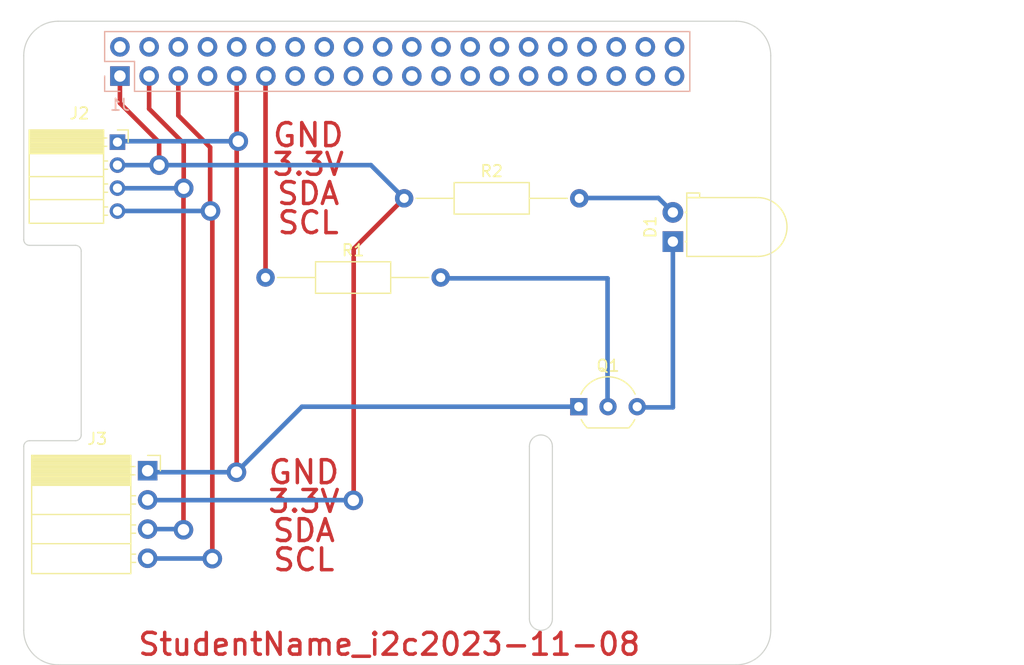
<source format=kicad_pcb>
(kicad_pcb (version 20211014) (generator pcbnew)
  (title_block (date "2023-11-08"))
  (layers (0 "F.Cu" signal) (31 "B.Cu" signal) (34 "B.Paste" user) (35 "F.Paste" user) (36 "B.SilkS" user "B.Silkscreen") (37 "F.SilkS" user "F.Silkscreen") (38 "B.Mask" user) (39 "F.Mask" user) (44 "Edge.Cuts" user))
  (net 0 "")
  (net 1 "GND")
  (net 2 "/GPIO2{slash}SDA1")
  (net 3 "/GPIO3{slash}SCL1")
  (net 4 "/GPIO4{slash}GPCLK0")
  (net 5 "/GPIO14{slash}TXD0")
  (net 6 "/GPIO15{slash}RXD0")
  (net 7 "/GPIO17")
  (net 8 "/GPIO18{slash}PCM.CLK")
  (net 9 "/GPIO27")
  (net 10 "/GPIO22")
  (net 11 "/GPIO23")
  (net 12 "/GPIO24")
  (net 13 "/GPIO10{slash}SPI0.MOSI")
  (net 14 "/GPIO9{slash}SPI0.MISO")
  (net 15 "/GPIO25")
  (net 16 "/GPIO11{slash}SPI0.SCLK")
  (net 17 "/GPIO8{slash}SPI0.CE0")
  (net 18 "/GPIO7{slash}SPI0.CE1")
  (net 19 "/ID_SDA")
  (net 20 "/ID_SCL")
  (net 21 "/GPIO5")
  (net 22 "/GPIO6")
  (net 23 "/GPIO12{slash}PWM0")
  (net 24 "/GPIO13{slash}PWM1")
  (net 25 "/GPIO19{slash}PCM.FS")
  (net 26 "/GPIO16")
  (net 27 "/GPIO26")
  (net 28 "/GPIO20{slash}PCM.DIN")
  (net 29 "/GPIO21{slash}PCM.DOUT")
  (net 30 "+5V")
  (net 31 "+3V3")
  (net 32 "Net-(D1-Pad2)")
  (net 33 "Net-(Q1-Pad2)")
  (net 34 "Net-(D1-Pad1)")
  (net 35 "/GND34")
  (net 36 "/GND30")
  (net 37 "/GND20")
  (net 38 "/GND14")
  (net 39 "/GND39")
  (net 40 "/GND25")
  (net 41 "/3.3V17")
  (net 42 "/GND6")
  (net 43 "/5V4")
  (footprint "MountingHole:MountingHole_2.7mm_M2.5" (layer "F.Cu") (at 161.5 47.5)
    (fp_text reference "MH2" hide)
    (fp_text value "MountingHole_2.7mm_M2.5" hide)
    (pad "" np_thru_hole circle locked (at 0 0) (size 2.7 2.7) (drill 2.7) (layers *.Cu *.Mask))
  )
  (footprint "LED_THT:LED_D5.0mm_Horizontal_O1.27mm_Z3.0mm" (layer "F.Cu") (at 156.485 63.175 90)
    (fp_text reference "D1" (at 1.27 -1.96 90) (layer "F.SilkS"))
    (fp_text value "LED")
    (fp_line (start 2.54 1.21) (end 2.54 1.21) (layer "F.SilkS") (width 0.12))
    (fp_line (start 2.54 1.21) (end 2.54 1.08) (layer "F.SilkS") (width 0.12))
    (fp_line (start 0 1.08) (end 0 1.21) (layer "F.SilkS") (width 0.12))
    (fp_line (start 2.54 1.08) (end 2.54 1.21) (layer "F.SilkS") (width 0.12))
    (fp_line (start 0 1.21) (end 0 1.21) (layer "F.SilkS") (width 0.12))
    (fp_line (start 4.23 1.21) (end 4.23 2.33) (layer "F.SilkS") (width 0.12))
    (fp_line (start 4.23 2.33) (end 3.83 2.33) (layer "F.SilkS") (width 0.12))
    (fp_line (start -1.29 1.21) (end -1.29 7.37) (layer "F.SilkS") (width 0.12))
    (fp_line (start 2.54 1.08) (end 2.54 1.08) (layer "F.SilkS") (width 0.12))
    (fp_line (start 3.83 1.21) (end 3.83 7.37) (layer "F.SilkS") (width 0.12))
    (fp_line (start -1.29 1.21) (end 3.83 1.21) (layer "F.SilkS") (width 0.12))
    (fp_line (start 0 1.08) (end 0 1.08) (layer "F.SilkS") (width 0.12))
    (fp_line (start 0 1.21) (end 0 1.08) (layer "F.SilkS") (width 0.12))
    (fp_line (start 3.83 1.21) (end 4.23 1.21) (layer "F.SilkS") (width 0.12))
    (fp_line (start 3.83 2.33) (end 3.83 1.21) (layer "F.SilkS") (width 0.12))
    (fp_arc (start 3.83 7.37) (mid 1.27 9.93) (end -1.29 7.37) (layer "F.SilkS") (width 0.12))
    (pad "1" thru_hole rect (at 0 0 90) (size 1.8 1.8) (drill 0.9) (layers *.Cu *.Mask) (net 34 "Net-(D1-Pad1)"))
    (pad "2" thru_hole circle (at 2.54 0 90) (size 1.8 1.8) (drill 0.9) (layers *.Cu *.Mask) (net 32 "Net-(D1-Pad2)"))
  )
  (footprint "Connector_PinSocket_2.00mm:PinSocket_1x04_P2.00mm_Horizontal" (layer "F.Cu") (at 108.155 54.52)
    (fp_text reference "J2" (at -3.31 -2.5) (layer "F.SilkS"))
    (fp_text value "Grove Right Angle")
    (fp_line (start -1.21 4.36) (end -0.862917 4.36) (layer "F.SilkS") (width 0.12))
    (fp_line (start -7.68 0.657652) (end -1.21 0.657652) (layer "F.SilkS") (width 0.12))
    (fp_line (start -7.68 -0.027056) (end -1.21 -0.027056) (layer "F.SilkS") (width 0.12))
    (fp_line (start -7.68 -1.06) (end -7.68 7.06) (layer "F.SilkS") (width 0.12))
    (fp_line (start -7.68 0.087062) (end -1.21 0.087062) (layer "F.SilkS") (width 0.12))
    (fp_line (start -1.21 3.64) (end -0.862917 3.64) (layer "F.SilkS") (width 0.12))
    (fp_line (start -7.68 0.429416) (end -1.21 0.429416) (layer "F.SilkS") (width 0.12))
    (fp_line (start -1.21 6.36) (end -0.862917 6.36) (layer "F.SilkS") (width 0.12))
    (fp_line (start -7.68 0.885888) (end -1.21 0.885888) (layer "F.SilkS") (width 0.12))
    (fp_line (start -7.68 -0.483528) (end -1.21 -0.483528) (layer "F.SilkS") (width 0.12))
    (fp_line (start -1.21 0.36) (end -0.935 0.36) (layer "F.SilkS") (width 0.12))
    (fp_line (start -7.68 -0.94) (end -1.21 -0.94) (layer "F.SilkS") (width 0.12))
    (fp_line (start -7.68 -0.597646) (end -1.21 -0.597646) (layer "F.SilkS") (width 0.12))
    (fp_line (start -7.68 0.543534) (end -1.21 0.543534) (layer "F.SilkS") (width 0.12))
    (fp_line (start -7.68 0.20118) (end -1.21 0.20118) (layer "F.SilkS") (width 0.12))
    (fp_line (start -7.68 3) (end -1.21 3) (layer "F.SilkS") (width 0.12))
    (fp_line (start -1.21 1.64) (end -0.862917 1.64) (layer "F.SilkS") (width 0.12))
    (fp_line (start -7.68 -0.711764) (end -1.21 -0.711764) (layer "F.SilkS") (width 0.12))
    (fp_line (start -7.68 -0.825882) (end -1.21 -0.825882) (layer "F.SilkS") (width 0.12))
    (fp_line (start -1.21 2.36) (end -0.862917 2.36) (layer "F.SilkS") (width 0.12))
    (fp_line (start -7.68 -1.06) (end -1.21 -1.06) (layer "F.SilkS") (width 0.12))
    (fp_line (start -1.21 -1.06) (end -1.21 7.06) (layer "F.SilkS") (width 0.12))
    (fp_line (start -1.21 5.64) (end -0.862917 5.64) (layer "F.SilkS") (width 0.12))
    (fp_line (start -7.68 -0.141174) (end -1.21 -0.141174) (layer "F.SilkS") (width 0.12))
    (fp_line (start -7.68 0.77177) (end -1.21 0.77177) (layer "F.SilkS") (width 0.12))
    (fp_line (start -7.68 1) (end -1.21 1) (layer "F.SilkS") (width 0.12))
    (fp_line (start 0 -1.06) (end 0.935 -1.06) (layer "F.SilkS") (width 0.12))
    (fp_line (start -7.68 5) (end -1.21 5) (layer "F.SilkS") (width 0.12))
    (fp_line (start -7.68 -0.36941) (end -1.21 -0.36941) (layer "F.SilkS") (width 0.12))
    (fp_line (start 0.935 -1.06) (end 0.935 0) (layer "F.SilkS") (width 0.12))
    (fp_line (start -7.68 0.315298) (end -1.21 0.315298) (layer "F.SilkS") (width 0.12))
    (fp_line (start -7.68 7.06) (end -1.21 7.06) (layer "F.SilkS") (width 0.12))
    (fp_line (start -7.68 -0.255292) (end -1.21 -0.255292) (layer "F.SilkS") (width 0.12))
    (fp_line (start -1.21 -0.36) (end -0.935 -0.36) (layer "F.SilkS") (width 0.12))
    (pad "1" thru_hole rect (at 0 0) (size 1.35 1.35) (drill 0.8) (layers *.Cu *.Mask) (net 1 "GND"))
    (pad "2" thru_hole oval (at 0 2) (size 1.35 1.35) (drill 0.8) (layers *.Cu *.Mask) (net 31 "+3V3"))
    (pad "3" thru_hole oval (at 0 4) (size 1.35 1.35) (drill 0.8) (layers *.Cu *.Mask) (net 2 "/GPIO2{slash}SDA1"))
    (pad "4" thru_hole oval (at 0 6) (size 1.35 1.35) (drill 0.8) (layers *.Cu *.Mask) (net 3 "/GPIO3{slash}SCL1"))
  )
  (footprint "Resistor_THT:R_Axial_DIN0207_L6.3mm_D2.5mm_P15.24mm_Horizontal" (layer "F.Cu") (at 121.04 66.3)
    (fp_text reference "R1" (at 7.62 -2.37) (layer "F.SilkS"))
    (fp_text value "2.2k")
    (fp_line (start 14.2 0) (end 10.89 0) (layer "F.SilkS") (width 0.12))
    (fp_line (start 4.35 -1.37) (end 4.35 1.37) (layer "F.SilkS") (width 0.12))
    (fp_line (start 4.35 1.37) (end 10.89 1.37) (layer "F.SilkS") (width 0.12))
    (fp_line (start 10.89 -1.37) (end 4.35 -1.37) (layer "F.SilkS") (width 0.12))
    (fp_line (start 1.04 0) (end 4.35 0) (layer "F.SilkS") (width 0.12))
    (fp_line (start 10.89 1.37) (end 10.89 -1.37) (layer "F.SilkS") (width 0.12))
    (pad "1" thru_hole circle (at 0 0) (size 1.6 1.6) (drill 0.8) (layers *.Cu *.Mask) (net 7 "/GPIO17"))
    (pad "2" thru_hole oval (at 15.24 0) (size 1.6 1.6) (drill 0.8) (layers *.Cu *.Mask) (net 33 "Net-(Q1-Pad2)"))
  )
  (footprint "Package_TO_SOT_THT:TO-92_Inline_Wide" (layer "F.Cu") (at 148.3 77.54)
    (fp_text reference "Q1" (at 2.54 -3.56) (layer "F.SilkS"))
    (fp_text value "2N4124")
    (fp_line (start 0.74 1.85) (end 4.34 1.85) (layer "F.SilkS") (width 0.12))
    (fp_arc (start 2.54 -2.6) (mid 3.936979 -2.192818) (end 4.8964 -1.098807) (layer "F.SilkS") (width 0.12))
    (fp_arc (start 0.1836 -1.098807) (mid 1.143021 -2.192817) (end 2.54 -2.6) (layer "F.SilkS") (width 0.12))
    (fp_arc (start 0.74 1.85) (mid 0.446097 1.509328) (end 0.215816 1.122795) (layer "F.SilkS") (width 0.12))
    (fp_arc (start 4.864184 1.122795) (mid 4.633903 1.509328) (end 4.34 1.85) (layer "F.SilkS") (width 0.12))
    (pad "1" thru_hole rect (at 0 0) (size 1.5 1.5) (drill 0.8) (layers *.Cu *.Mask) (net 1 "GND"))
    (pad "2" thru_hole circle (at 2.54 0) (size 1.5 1.5) (drill 0.8) (layers *.Cu *.Mask) (net 33 "Net-(Q1-Pad2)"))
    (pad "3" thru_hole circle (at 5.08 0) (size 1.5 1.5) (drill 0.8) (layers *.Cu *.Mask) (net 34 "Net-(D1-Pad1)"))
  )
  (footprint "MountingHole:MountingHole_2.7mm_M2.5" (layer "F.Cu") (at 103.5 96.5)
    (fp_text reference "MH3" hide)
    (fp_text value "MountingHole_2.7mm_M2.5" hide)
    (pad "" np_thru_hole circle locked (at 0 0) (size 2.7 2.7) (drill 2.7) (layers *.Cu *.Mask))
  )
  (footprint "MountingHole:MountingHole_2.7mm_M2.5" (layer "F.Cu") (at 103.5 47.5)
    (fp_text reference "MH1" hide)
    (fp_text value "MountingHole_2.7mm_M2.5" hide)
    (pad "" np_thru_hole circle locked (at 0 0) (size 2.7 2.7) (drill 2.7) (layers *.Cu *.Mask))
  )
  (footprint "Resistor_THT:R_Axial_DIN0207_L6.3mm_D2.5mm_P15.24mm_Horizontal" (layer "F.Cu") (at 133.1 59.41)
    (fp_text reference "R2" (at 7.62 -2.37) (layer "F.SilkS"))
    (fp_text value "220")
    (fp_line (start 14.2 0) (end 10.89 0) (layer "F.SilkS") (width 0.12))
    (fp_line (start 1.04 0) (end 4.35 0) (layer "F.SilkS") (width 0.12))
    (fp_line (start 4.35 1.37) (end 10.89 1.37) (layer "F.SilkS") (width 0.12))
    (fp_line (start 10.89 1.37) (end 10.89 -1.37) (layer "F.SilkS") (width 0.12))
    (fp_line (start 10.89 -1.37) (end 4.35 -1.37) (layer "F.SilkS") (width 0.12))
    (fp_line (start 4.35 -1.37) (end 4.35 1.37) (layer "F.SilkS") (width 0.12))
    (pad "1" thru_hole circle (at 0 0) (size 1.6 1.6) (drill 0.8) (layers *.Cu *.Mask) (net 31 "+3V3"))
    (pad "2" thru_hole oval (at 15.24 0) (size 1.6 1.6) (drill 0.8) (layers *.Cu *.Mask) (net 32 "Net-(D1-Pad2)"))
  )
  (footprint "MountingHole:MountingHole_2.7mm_M2.5" (layer "F.Cu") (at 161.5 96.5)
    (fp_text reference "MH4" hide)
    (fp_text value "MountingHole_2.7mm_M2.5" hide)
    (pad "" np_thru_hole circle locked (at 0 0) (size 2.7 2.7) (drill 2.7) (layers *.Cu *.Mask))
  )
  (footprint "Connector_PinSocket_2.54mm:PinSocket_1x04_P2.54mm_Horizontal" (layer "F.Cu") (at 110.78 83.11)
    (fp_text reference "J3" (at -4.38 -2.77) (layer "F.SilkS"))
    (fp_text value "Conn_01x04_Female")
    (fp_line (start -10.09 1.27) (end -1.46 1.27) (layer "F.SilkS") (width 0.12))
    (fp_line (start -10.09 -0.619525) (end -1.46 -0.619525) (layer "F.SilkS") (width 0.12))
    (fp_line (start -10.09 0.089045) (end -1.46 0.089045) (layer "F.SilkS") (width 0.12))
    (fp_line (start -10.09 8.95) (end -1.46 8.95) (layer "F.SilkS") (width 0.12))
    (fp_line (start -10.09 -0.26524) (end -1.46 -0.26524) (layer "F.SilkS") (width 0.12))
    (fp_line (start -10.09 0.44333) (end -1.46 0.44333) (layer "F.SilkS") (width 0.12))
    (fp_line (start -10.09 0.91571) (end -1.46 0.91571) (layer "F.SilkS") (width 0.12))
    (fp_line (start -1.46 2.18) (end -1.05 2.18) (layer "F.SilkS") (width 0.12))
    (fp_line (start -1.46 4.72) (end -1.05 4.72) (layer "F.SilkS") (width 0.12))
    (fp_line (start -1.46 5.44) (end -1.05 5.44) (layer "F.SilkS") (width 0.12))
    (fp_line (start -1.46 0.36) (end -1.11 0.36) (layer "F.SilkS") (width 0.12))
    (fp_line (start -10.09 -0.02905) (end -1.46 -0.02905) (layer "F.SilkS") (width 0.12))
    (fp_line (start 1.11 -1.33) (end 1.11 0) (layer "F.SilkS") (width 0.12))
    (fp_line (start -10.09 0.20714) (end -1.46 0.20714) (layer "F.SilkS") (width 0.12))
    (fp_line (start -1.46 2.9) (end -1.05 2.9) (layer "F.SilkS") (width 0.12))
    (fp_line (start -10.09 -0.50143) (end -1.46 -0.50143) (layer "F.SilkS") (width 0.12))
    (fp_line (start -10.09 1.1519) (end -1.46 1.1519) (layer "F.SilkS") (width 0.12))
    (fp_line (start -1.46 -0.36) (end -1.11 -0.36) (layer "F.SilkS") (width 0.12))
    (fp_line (start -1.46 -1.33) (end -1.46 8.95) (layer "F.SilkS") (width 0.12))
    (fp_line (start -10.09 -0.73762) (end -1.46 -0.73762) (layer "F.SilkS") (width 0.12))
    (fp_line (start -10.09 -0.97381) (end -1.46 -0.97381) (layer "F.SilkS") (width 0.12))
    (fp_line (start -10.09 0.325235) (end -1.46 0.325235) (layer "F.SilkS") (width 0.12))
    (fp_line (start -10.09 0.67952) (end -1.46 0.67952) (layer "F.SilkS") (width 0.12))
    (fp_line (start -10.09 -1.33) (end -10.09 8.95) (layer "F.SilkS") (width 0.12))
    (fp_line (start -10.09 0.797615) (end -1.46 0.797615) (layer "F.SilkS") (width 0.12))
    (fp_line (start -10.09 6.35) (end -1.46 6.35) (layer "F.SilkS") (width 0.12))
    (fp_line (start -10.09 0.561425) (end -1.46 0.561425) (layer "F.SilkS") (width 0.12))
    (fp_line (start -10.09 -0.383335) (end -1.46 -0.383335) (layer "F.SilkS") (width 0.12))
    (fp_line (start -1.46 7.26) (end -1.05 7.26) (layer "F.SilkS") (width 0.12))
    (fp_line (start -10.09 -1.33) (end -1.46 -1.33) (layer "F.SilkS") (width 0.12))
    (fp_line (start -10.09 1.033805) (end -1.46 1.033805) (layer "F.SilkS") (width 0.12))
    (fp_line (start -10.09 -1.091905) (end -1.46 -1.091905) (layer "F.SilkS") (width 0.12))
    (fp_line (start -10.09 -1.21) (end -1.46 -1.21) (layer "F.SilkS") (width 0.12))
    (fp_line (start -10.09 -0.147145) (end -1.46 -0.147145) (layer "F.SilkS") (width 0.12))
    (fp_line (start -10.09 3.81) (end -1.46 3.81) (layer "F.SilkS") (width 0.12))
    (fp_line (start -10.09 -0.855715) (end -1.46 -0.855715) (layer "F.SilkS") (width 0.12))
    (fp_line (start -1.46 7.98) (end -1.05 7.98) (layer "F.SilkS") (width 0.12))
    (fp_line (start 0 -1.33) (end 1.11 -1.33) (layer "F.SilkS") (width 0.12))
    (pad "1" thru_hole rect (at 0 0) (size 1.7 1.7) (drill 1) (layers *.Cu *.Mask) (net 1 "GND"))
    (pad "2" thru_hole oval (at 0 2.54) (size 1.7 1.7) (drill 1) (layers *.Cu *.Mask) (net 31 "+3V3"))
    (pad "3" thru_hole oval (at 0 5.08) (size 1.7 1.7) (drill 1) (layers *.Cu *.Mask) (net 2 "/GPIO2{slash}SDA1"))
    (pad "4" thru_hole oval (at 0 7.62) (size 1.7 1.7) (drill 1) (layers *.Cu *.Mask) (net 3 "/GPIO3{slash}SCL1"))
  )
  (footprint "Connector_PinSocket_2.54mm:PinSocket_2x20_P2.54mm_Vertical" (layer "B.Cu") (at 108.37 48.77 -90)
    (fp_text reference "J1" (at 2.5 0) (layer "B.SilkS") (effects (justify mirror)))
    (fp_text value "GPIO")
    (fp_line (start -3.87 -49.59) (end 1.33 -49.59) (layer "B.SilkS") (width 0.12))
    (fp_line (start -1.27 -1.27) (end 1.33 -1.27) (layer "B.SilkS") (width 0.12))
    (fp_line (start -3.87 1.33) (end -1.27 1.33) (layer "B.SilkS") (width 0.12))
    (fp_line (start -3.87 1.33) (end -3.87 -49.59) (layer "B.SilkS") (width 0.12))
    (fp_line (start 1.33 -1.27) (end 1.33 -49.59) (layer "B.SilkS") (width 0.12))
    (fp_line (start 0 1.33) (end 1.33 1.33) (layer "B.SilkS") (width 0.12))
    (fp_line (start 1.33 1.33) (end 1.33 0) (layer "B.SilkS") (width 0.12))
    (fp_line (start -1.27 1.33) (end -1.27 -1.27) (layer "B.SilkS") (width 0.12))
    (pad "1" thru_hole rect (at 0 0 270) (size 1.7 1.7) (drill 1) (layers *.Cu *.Mask) (net 31 "+3V3"))
    (pad "2" thru_hole oval (at -2.54 0 270) (size 1.7 1.7) (drill 1) (layers *.Cu *.Mask) (net 30 "+5V"))
    (pad "3" thru_hole oval (at 0 -2.54 270) (size 1.7 1.7) (drill 1) (layers *.Cu *.Mask) (net 2 "/GPIO2{slash}SDA1"))
    (pad "4" thru_hole oval (at -2.54 -2.54 270) (size 1.7 1.7) (drill 1) (layers *.Cu *.Mask) (net 43 "/5V4"))
    (pad "5" thru_hole oval (at 0 -5.08 270) (size 1.7 1.7) (drill 1) (layers *.Cu *.Mask) (net 3 "/GPIO3{slash}SCL1"))
    (pad "6" thru_hole oval (at -2.54 -5.08 270) (size 1.7 1.7) (drill 1) (layers *.Cu *.Mask) (net 42 "/GND6"))
    (pad "7" thru_hole oval (at 0 -7.62 270) (size 1.7 1.7) (drill 1) (layers *.Cu *.Mask) (net 4 "/GPIO4{slash}GPCLK0"))
    (pad "8" thru_hole oval (at -2.54 -7.62 270) (size 1.7 1.7) (drill 1) (layers *.Cu *.Mask) (net 5 "/GPIO14{slash}TXD0"))
    (pad "9" thru_hole oval (at 0 -10.16 270) (size 1.7 1.7) (drill 1) (layers *.Cu *.Mask) (net 1 "GND"))
    (pad "10" thru_hole oval (at -2.54 -10.16 270) (size 1.7 1.7) (drill 1) (layers *.Cu *.Mask) (net 6 "/GPIO15{slash}RXD0"))
    (pad "11" thru_hole oval (at 0 -12.7 270) (size 1.7 1.7) (drill 1) (layers *.Cu *.Mask) (net 7 "/GPIO17"))
    (pad "12" thru_hole oval (at -2.54 -12.7 270) (size 1.7 1.7) (drill 1) (layers *.Cu *.Mask) (net 8 "/GPIO18{slash}PCM.CLK"))
    (pad "13" thru_hole oval (at 0 -15.24 270) (size 1.7 1.7) (drill 1) (layers *.Cu *.Mask) (net 9 "/GPIO27"))
    (pad "14" thru_hole oval (at -2.54 -15.24 270) (size 1.7 1.7) (drill 1) (layers *.Cu *.Mask) (net 38 "/GND14"))
    (pad "15" thru_hole oval (at 0 -17.78 270) (size 1.7 1.7) (drill 1) (layers *.Cu *.Mask) (net 10 "/GPIO22"))
    (pad "16" thru_hole oval (at -2.54 -17.78 270) (size 1.7 1.7) (drill 1) (layers *.Cu *.Mask) (net 11 "/GPIO23"))
    (pad "17" thru_hole oval (at 0 -20.32 270) (size 1.7 1.7) (drill 1) (layers *.Cu *.Mask) (net 41 "/3.3V17"))
    (pad "18" thru_hole oval (at -2.54 -20.32 270) (size 1.7 1.7) (drill 1) (layers *.Cu *.Mask) (net 12 "/GPIO24"))
    (pad "19" thru_hole oval (at 0 -22.86 270) (size 1.7 1.7) (drill 1) (layers *.Cu *.Mask) (net 13 "/GPIO10{slash}SPI0.MOSI"))
    (pad "20" thru_hole oval (at -2.54 -22.86 270) (size 1.7 1.7) (drill 1) (layers *.Cu *.Mask) (net 37 "/GND20"))
    (pad "21" thru_hole oval (at 0 -25.4 270) (size 1.7 1.7) (drill 1) (layers *.Cu *.Mask) (net 14 "/GPIO9{slash}SPI0.MISO"))
    (pad "22" thru_hole oval (at -2.54 -25.4 270) (size 1.7 1.7) (drill 1) (layers *.Cu *.Mask) (net 15 "/GPIO25"))
    (pad "23" thru_hole oval (at 0 -27.94 270) (size 1.7 1.7) (drill 1) (layers *.Cu *.Mask) (net 16 "/GPIO11{slash}SPI0.SCLK"))
    (pad "24" thru_hole oval (at -2.54 -27.94 270) (size 1.7 1.7) (drill 1) (layers *.Cu *.Mask) (net 17 "/GPIO8{slash}SPI0.CE0"))
    (pad "25" thru_hole oval (at 0 -30.48 270) (size 1.7 1.7) (drill 1) (layers *.Cu *.Mask) (net 40 "/GND25"))
    (pad "26" thru_hole oval (at -2.54 -30.48 270) (size 1.7 1.7) (drill 1) (layers *.Cu *.Mask) (net 18 "/GPIO7{slash}SPI0.CE1"))
    (pad "27" thru_hole oval (at 0 -33.02 270) (size 1.7 1.7) (drill 1) (layers *.Cu *.Mask) (net 19 "/ID_SDA"))
    (pad "28" thru_hole oval (at -2.54 -33.02 270) (size 1.7 1.7) (drill 1) (layers *.Cu *.Mask) (net 20 "/ID_SCL"))
    (pad "29" thru_hole oval (at 0 -35.56 270) (size 1.7 1.7) (drill 1) (layers *.Cu *.Mask) (net 21 "/GPIO5"))
    (pad "30" thru_hole oval (at -2.54 -35.56 270) (size 1.7 1.7) (drill 1) (layers *.Cu *.Mask) (net 36 "/GND30"))
    (pad "31" thru_hole oval (at 0 -38.1 270) (size 1.7 1.7) (drill 1) (layers *.Cu *.Mask) (net 22 "/GPIO6"))
    (pad "32" thru_hole oval (at -2.54 -38.1 270) (size 1.7 1.7) (drill 1) (layers *.Cu *.Mask) (net 23 "/GPIO12{slash}PWM0"))
    (pad "33" thru_hole oval (at 0 -40.64 270) (size 1.7 1.7) (drill 1) (layers *.Cu *.Mask) (net 24 "/GPIO13{slash}PWM1"))
    (pad "34" thru_hole oval (at -2.54 -40.64 270) (size 1.7 1.7) (drill 1) (layers *.Cu *.Mask) (net 35 "/GND34"))
    (pad "35" thru_hole oval (at 0 -43.18 270) (size 1.7 1.7) (drill 1) (layers *.Cu *.Mask) (net 25 "/GPIO19{slash}PCM.FS"))
    (pad "36" thru_hole oval (at -2.54 -43.18 270) (size 1.7 1.7) (drill 1) (layers *.Cu *.Mask) (net 26 "/GPIO16"))
    (pad "37" thru_hole oval (at 0 -45.72 270) (size 1.7 1.7) (drill 1) (layers *.Cu *.Mask) (net 27 "/GPIO26"))
    (pad "38" thru_hole oval (at -2.54 -45.72 270) (size 1.7 1.7) (drill 1) (layers *.Cu *.Mask) (net 28 "/GPIO20{slash}PCM.DIN"))
    (pad "39" thru_hole oval (at 0 -48.26 270) (size 1.7 1.7) (drill 1) (layers *.Cu *.Mask) (net 39 "/GND39"))
    (pad "40" thru_hole oval (at -2.54 -48.26 270) (size 1.7 1.7) (drill 1) (layers *.Cu *.Mask) (net 29 "/GPIO21{slash}PCM.DOUT"))
  )
  (gr_arc (start 100.5 63.5) (mid 100.146447 63.353553) (end 100 63) (layer "Edge.Cuts") (width 0.1))
  (gr_arc (start 162 44) (mid 164.12132 44.87868) (end 165 47) (layer "Edge.Cuts") (width 0.1))
  (gr_line (start 165 97) (end 165 47) (layer "Edge.Cuts") (width 0.1))
  (gr_line (start 100 47) (end 100 63) (layer "Edge.Cuts") (width 0.1))
  (gr_line (start 146 81) (end 146 96) (layer "Edge.Cuts") (width 0.1))
  (gr_line (start 144 96) (end 144 81) (layer "Edge.Cuts") (width 0.1))
  (gr_arc (start 103 100) (mid 100.87868 99.12132) (end 100 97) (layer "Edge.Cuts") (width 0.1))
  (gr_line (start 103 100) (end 162 100) (layer "Edge.Cuts") (width 0.1))
  (gr_line (start 104.5 80.5) (end 100.5 80.5) (layer "Edge.Cuts") (width 0.1))
  (gr_arc (start 144 81) (mid 145 80) (end 146 81) (layer "Edge.Cuts") (width 0.1))
  (gr_arc (start 100 81) (mid 100.146138 80.646755) (end 100.499127 80.500001) (layer "Edge.Cuts") (width 0.1))
  (gr_arc (start 165 97) (mid 164.12132 99.12132) (end 162 100) (layer "Edge.Cuts") (width 0.1))
  (gr_line (start 105 64) (end 105 80) (layer "Edge.Cuts") (width 0.1))
  (gr_arc (start 100 47) (mid 100.87868 44.87868) (end 103 44) (layer "Edge.Cuts") (width 0.1))
  (gr_arc (start 146 96) (mid 145 97) (end 144 96) (layer "Edge.Cuts") (width 0.1))
  (gr_line (start 100 81) (end 100 97) (layer "Edge.Cuts") (width 0.1))
  (gr_line (start 100.5 63.5) (end 104.5 63.5) (layer "Edge.Cuts") (width 0.1))
  (gr_arc (start 105 80) (mid 104.853553 80.353553) (end 104.5 80.5) (layer "Edge.Cuts") (width 0.1))
  (gr_arc (start 104.5 63.5) (mid 104.853553 63.646447) (end 105 64) (layer "Edge.Cuts") (width 0.1))
  (gr_line (start 162 44) (end 103 44) (layer "Edge.Cuts") (width 0.1))
  (gr_text "StudentName_i2c2023-11-08" (at 131.807877 98.211126) (layer "F.Cu") (effects (font (size 1.9 1.9) (thickness 0.3))))
  (gr_text "SCL" (at 124.76 61.53) (layer "F.Cu") (effects (font (size 1.9 1.9) (thickness 0.3))))
  (gr_text "SDA" (at 124.76 58.99) (layer "F.Cu") (effects (font (size 1.9 1.9) (thickness 0.3))))
  (gr_text "SDA" (at 124.38 88.32) (layer "F.Cu") (effects (font (size 1.9 1.9) (thickness 0.3))))
  (gr_text "GND" (at 124.76 53.91) (layer "F.Cu") (effects (font (size 2 2) (thickness 0.3))))
  (gr_text "SCL" (at 124.38 90.86) (layer "F.Cu") (effects (font (size 1.9 1.9) (thickness 0.3))))
  (gr_text "GND" (at 124.38 83.24) (layer "F.Cu") (effects (font (size 2 2) (thickness 0.3))))
  (gr_text "3.3V" (at 124.76 56.45) (layer "F.Cu") (effects (font (size 1.9 1.9) (thickness 0.3))))
  (gr_text "3.3V" (at 124.38 85.78) (layer "F.Cu") (effects (font (size 1.9 1.9) (thickness 0.3))))
  (segment (start 118.53 83.22) (end 118.53 48.77) (width 0.4) (layer "F.Cu") (net 1))
  (segment (start 118.51 83.24) (end 118.53 83.22) (width 0.4) (layer "F.Cu") (net 1))
  (via (at 118.67 54.44) (size 1.7) (drill 1) (layers "F.Cu" "B.Cu") (net 1))
  (via (at 118.51 83.24) (size 1.7) (drill 1) (layers "F.Cu" "B.Cu") (net 1))
  (segment (start 148.26 77.54) (end 124.21 77.54) (width 0.4) (layer "B.Cu") (net 1))
  (segment (start 124.21 77.54) (end 118.51 83.24) (width 0.4) (layer "B.Cu") (net 1))
  (segment (start 118.51 83.24) (end 110.985 83.24) (width 0.4) (layer "B.Cu") (net 1))
  (segment (start 108.235 54.44) (end 118.67 54.44) (width 0.4) (layer "B.Cu") (net 1))
  (segment (start 108.155 54.52) (end 108.235 54.44) (width 0.4) (layer "B.Cu") (net 1))
  (segment (start 113.92 54.63) (end 110.91 51.62) (width 0.4) (layer "F.Cu") (net 2))
  (segment (start 110.91 51.62) (end 110.91 48.77) (width 0.4) (layer "F.Cu") (net 2))
  (segment (start 113.92 58.53) (end 113.92 54.63) (width 0.4) (layer "F.Cu") (net 2))
  (segment (start 113.9 58.55) (end 113.92 58.53) (width 0.4) (layer "F.Cu") (net 2))
  (segment (start 113.9 88.25) (end 113.9 58.55) (width 0.4) (layer "F.Cu") (net 2))
  (via (at 113.9 88.25) (size 1.7) (drill 1) (layers "F.Cu" "B.Cu") (net 2))
  (via (at 113.92 58.53) (size 1.7) (drill 1) (layers "F.Cu" "B.Cu") (net 2))
  (segment (start 110.78 88.19) (end 113.84 88.19) (width 0.4) (layer "B.Cu") (net 2))
  (segment (start 113.92 58.53) (end 108.165 58.53) (width 0.4) (layer "B.Cu") (net 2))
  (segment (start 113.84 88.19) (end 113.9 88.25) (width 0.4) (layer "B.Cu") (net 2))
  (segment (start 108.165 58.53) (end 108.155 58.52) (width 0.4) (layer "B.Cu") (net 2))
  (segment (start 116.41 90.76) (end 116.41 60.67) (width 0.4) (layer "F.Cu") (net 3))
  (segment (start 116.41 60.67) (end 116.25 60.51) (width 0.4) (layer "F.Cu") (net 3))
  (segment (start 116.25 60.51) (end 116.22 60.48) (width 0.4) (layer "F.Cu") (net 3))
  (segment (start 108.165 60.51) (end 108.155 60.52) (width 0.4) (layer "F.Cu") (net 3))
  (segment (start 116.22 54.97) (end 113.45 52.2) (width 0.4) (layer "F.Cu") (net 3))
  (segment (start 113.45 52.2) (end 113.45 48.77) (width 0.4) (layer "F.Cu") (net 3))
  (segment (start 116.22 60.48) (end 116.22 54.97) (width 0.4) (layer "F.Cu") (net 3))
  (via (at 116.41 90.76) (size 1.7) (drill 1) (layers "F.Cu" "B.Cu") (net 3))
  (via (at 116.25 60.51) (size 1.7) (drill 1) (layers "F.Cu" "B.Cu") (net 3))
  (segment (start 116.25 60.51) (end 108.165 60.51) (width 0.4) (layer "B.Cu") (net 3))
  (segment (start 111.045 90.75) (end 116.16 90.75) (width 0.4) (layer "B.Cu") (net 3))
  (segment (start 121.04 66.3) (end 121.04 48.8) (width 0.4) (layer "F.Cu") (net 7))
  (segment (start 121.04 48.8) (end 121.07 48.77) (width 0.4) (layer "F.Cu") (net 7))
  (segment (start 111.78 56.52) (end 112.07 56.52) (width 0.4) (layer "F.Cu") (net 31))
  (segment (start 111.78 54.53) (end 108.37 51.12) (width 0.4) (layer "F.Cu") (net 31))
  (segment (start 133.1 59.41) (end 128.71 63.8) (width 0.4) (layer "F.Cu") (net 31))
  (segment (start 128.71 63.8) (end 128.71 85.66) (width 0.4) (layer "F.Cu") (net 31))
  (segment (start 111.78 56.52) (end 111.78 54.53) (width 0.4) (layer "F.Cu") (net 31))
  (segment (start 128.71 85.66) (end 128.69 85.68) (width 0.4) (layer "F.Cu") (net 31))
  (segment (start 108.37 51.12) (end 108.37 48.77) (width 0.4) (layer "F.Cu") (net 31))
  (via (at 128.68 85.69) (size 1.7) (drill 1) (layers "F.Cu" "B.Cu") (net 31))
  (via (at 111.78 56.52) (size 1.7) (drill 1) (layers "F.Cu" "B.Cu") (net 31))
  (segment (start 128.66 85.67) (end 128.68 85.69) (width 0.4) (layer "B.Cu") (net 31))
  (segment (start 130.21 56.52) (end 133.1 59.41) (width 0.4) (layer "B.Cu") (net 31))
  (segment (start 112.07 56.52) (end 108.155 56.52) (width 0.4) (layer "B.Cu") (net 31))
  (segment (start 111.045 85.67) (end 128.66 85.67) (width 0.4) (layer "B.Cu") (net 31))
  (segment (start 111.78 56.52) (end 130.21 56.52) (width 0.4) (layer "B.Cu") (net 31))
  (segment (start 110.685 85.67) (end 111.045 85.67) (width 0.4) (layer "B.Cu") (net 31))
  (segment (start 155.23 59.38) (end 148.28 59.38) (width 0.4) (layer "B.Cu") (net 32))
  (segment (start 148.28 59.38) (end 148.26 59.36) (width 0.4) (layer "B.Cu") (net 32))
  (segment (start 156.485 60.635) (end 155.23 59.38) (width 0.4) (layer "B.Cu") (net 32))
  (segment (start 150.8 77.35) (end 151.05 77.6) (width 0.4) (layer "B.Cu") (net 33))
  (segment (start 150.8 66.37) (end 150.8 77.35) (width 0.4) (layer "B.Cu") (net 33))
  (segment (start 136.21 66.37) (end 150.8 66.37) (width 0.4) (layer "B.Cu") (net 33))
  (segment (start 156.485 77.6) (end 156.485 63.175) (width 0.4) (layer "B.Cu") (net 34))
  (segment (start 153.59 77.6) (end 156.485 77.6) (width 0.4) (layer "B.Cu") (net 34))
  (segment (start 128.69 48.77) (end 128.71 48.79) (width 0.4) (layer "F.Cu") (net 41))
)
</source>
